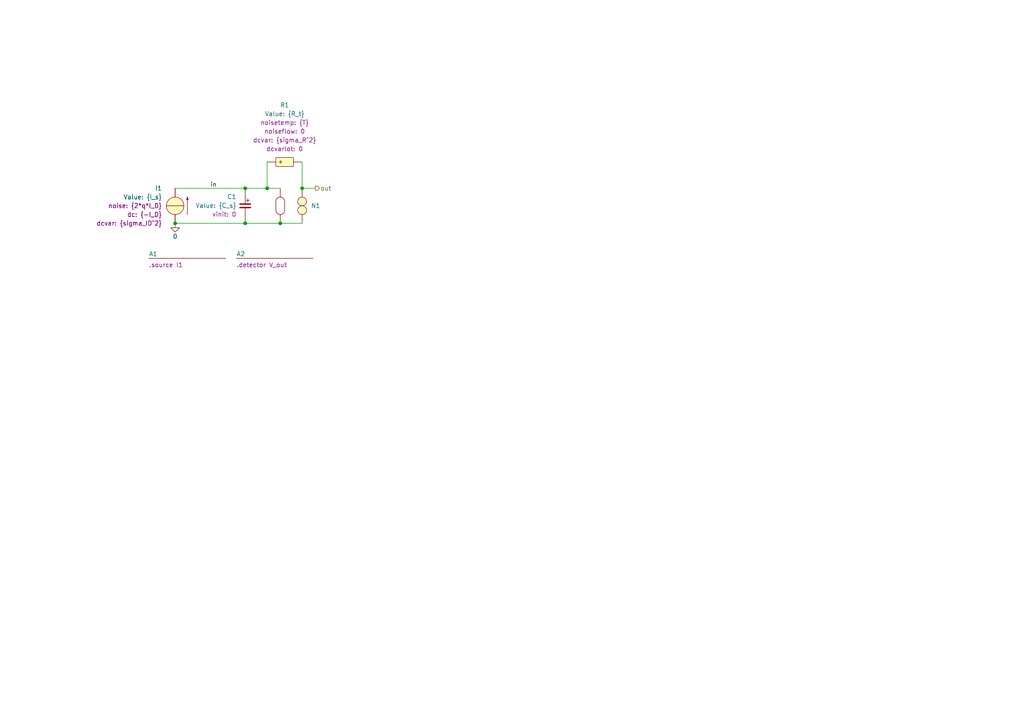
<source format=kicad_sch>
(kicad_sch (version 20250114) (generator "eeschema") (generator_version "9.0")
  (paper "A4")
  (title_block (title "Transimpedance"))
  (lib_symbols
    (symbol "SLiCAP:C" (pin_numbers (hide yes)) (pin_names (offset 1.016) (hide yes))
      (property "Reference" "C?" (at 2.54 3.81 0))
      (property "Value" "?" (at 2.54 1.27 0) (show_name))
      (property "vinit" "0" (at 2.54 -1.27 0) (show_name))
      (symbol "C_0_0"
        (text "+" (at -0.762 1.651 0) (effects (font (size 1.27 1.27))))
      )
      (symbol "C_0_1"
        (polyline (pts (xy -1.524 0.508) (xy 1.524 0.508)) (stroke (width 0.381)))
        (polyline (pts (xy -1.524 -0.508) (xy 1.524 -0.508)) (stroke (width 0.381)))
        (polyline (pts (xy 0 2.54) (xy 0 0.508)))
        (polyline (pts (xy 0 -2.54) (xy 0 -0.508)))
      )
      (symbol "C_1_0"
        (pin passive line (at 0 5.08 270) (length 2.54) (name "1") (number "1"))
        (pin passive line (at 0 -5.08 90) (length 2.54) (name "2") (number "2"))
      )
    )
    (symbol "SLiCAP:Command" (pin_numbers (hide yes)) (pin_names (offset 0) (hide yes))
      (property "Reference" "A?" (at 0 1.27 0))
      (property "command" "?" (at 0 -1.905 0))
      (symbol "Command_0_1"
        (polyline (pts (xy 0 0) (xy 22.225 0)))
      )
    )
    (symbol "SLiCAP:GND" (power) (pin_numbers (hide yes)) (pin_names (offset 0) (hide yes))
      (property "Value" "0" (at 0 -2.54 0))
      (symbol "GND_0_1"
        (polyline (pts (xy -1.27 0) (xy 0 -1.27) (xy 1.27 0) (xy -1.27 0)))
      )
      (symbol "GND_1_1"
        (pin power_in line (at 0 0 0) (length 0) (name "~") (number "1"))
      )
    )
    (symbol "SLiCAP:I" (pin_numbers (hide yes)) (pin_names (offset 0) (hide yes))
      (property "Reference" "I?" (at 3.81 4.445 0))
      (property "Value" "?" (at 3.81 2.54 0) (show_name))
      (property "noise" "0" (at 3.81 -3.175 0) (show_name))
      (property "dc" "0" (at 3.81 0.635 0) (show_name))
      (property "dcvar" "0" (at 3.81 -1.27 0) (show_name))
      (symbol "I_0_1"
        (polyline (pts (xy -3.556 2.54) (xy -3.556 -2.54)))
        (polyline (pts (xy -3.556 2.54) (xy -3.81 1.778) (xy -3.302 1.778) (xy -3.556 2.54)) (fill (type outline)))
        (polyline (pts (xy -2.54 0) (xy 2.54 0)))
      )
      (symbol "I_1_0"
        (circle (center 0 0) (radius 2.54) (fill (type background)))
        (pin power_out line (at 0 5.08 270) (length 2.54) (name "p") (number "2"))
        (pin power_out line (at 0 -5.08 90) (length 2.54) (name "n") (number "1"))
      )
    )
    (symbol "SLiCAP:N" (pin_numbers (hide yes)) (pin_names (offset 0) (hide yes))
      (property "Reference" "N?" (at 1.905 0 0))
      (symbol "N_0_1"
        (polyline (pts (xy -7.62 1.27) (xy -7.62 -1.27)))
        (arc (start -5.08 -1.27) (mid -5.452 -2.168) (end -6.35 -2.54))
        (arc (start -6.3499 2.5401) (mid -5.4519 2.1681) (end -5.0799 1.2701))
        (arc (start -6.35 -2.54) (mid -7.248 -2.168) (end -7.62 -1.27))
        (arc (start -7.6199 1.2701) (mid -7.2479 2.1681) (end -6.3499 2.5401))
      )
      (symbol "N_1_0"
        (pin power_out line (at 0 5.08 270) (length 2.54) (name "outP") (number "1"))
        (pin power_out line (at 0 -5.08 90) (length 2.54) (name "outN") (number "2"))
      )
      (symbol "N_1_1"
        (polyline (pts (xy -5.08 1.27) (xy -5.08 -1.27)) (fill (type background)))
        (circle (center 0 1.27) (radius 1.27) (fill (type background)))
        (circle (center 0 -1.27) (radius 1.27) (fill (type background)))
        (pin input line (at -6.35 5.08 270) (length 2.54) (name "inp") (number "3"))
        (pin input line (at -6.35 -5.08 90) (length 2.54) (name "inN") (number "4"))
      )
    )
    (symbol "SLiCAP:R" (pin_numbers (hide yes)) (pin_names (offset 1.016) (hide yes))
      (property "Reference" "R?" (at 1.905 3.81 0))
      (property "Value" "?" (at 1.905 1.905 0) (show_name))
      (property "noisetemp" "0" (at 1.905 0 0) (show_name))
      (property "noiseflow" "0" (at 15.24 0 0) (show_name))
      (property "dcvar" "0" (at 1.905 -1.905 0) (show_name))
      (property "dcvarlot" "0" (at 15.24 -1.905 0) (show_name))
      (symbol "R_0_0"
        (text "+" (at 0 1.27 0) (effects (font (size 1.27 1.27))))
      )
      (symbol "R_1_0"
        (pin passive line (at 0 5.08 270) (length 2.54) (name "1") (number "1"))
        (pin passive line (at 0 -5.08 90) (length 2.54) (name "2") (number "2"))
      )
      (symbol "R_1_1"
        (rectangle (start -1.27 2.54) (end 1.27 -2.54) (fill (type background)))
      )
    )
  )
  (junction (at 71.12 64.77))
  (junction (at 50.8 64.77))
  (junction (at 81.28 64.77))
  (junction (at 77.47 54.61))
  (junction (at 87.63 54.61))
  (junction (at 71.12 54.61))
  (wire (pts (xy 50.8 54.61) (xy 71.12 54.61)))
  (wire (pts (xy 81.28 64.77) (xy 87.63 64.77)))
  (wire (pts (xy 71.12 54.61) (xy 77.47 54.61)))
  (wire (pts (xy 77.47 54.61) (xy 81.28 54.61)))
  (wire (pts (xy 77.47 46.99) (xy 77.47 54.61)))
  (wire (pts (xy 50.8 64.77) (xy 71.12 64.77)))
  (wire (pts (xy 71.12 64.77) (xy 81.28 64.77)))
  (wire (pts (xy 87.63 46.99) (xy 87.63 54.61)))
  (wire (pts (xy 50.8 66.04) (xy 50.8 64.77)))
  (wire (pts (xy 87.63 54.61) (xy 91.44 54.61)))
  (label "in" (at 60.96 54.61 0))
  (hierarchical_label "out" (shape output) (at 91.44 54.61 0))
  (symbol (lib_id "SLiCAP:C") (at 71.12 59.69 0) (mirror y) (unit 1)
    (property "Reference" "C1" (at 68.58 57.0836 0) (effects (justify left)))
    (property "Value" "{C_s}" (at 68.58 59.6236 0) (show_name yes) (effects (justify left)))
    (property "Description" "Capacitor" (effects (hide yes)))
    (property "model" "C" (effects (hide yes)))
    (property "vinit" "0" (at 68.58 62.1636 0) (show_name yes) (effects (justify left)))
  )
  (symbol (lib_id "SLiCAP:GND") (at 50.8 66.04 0) (unit 1)
    (property "Reference" "#01" (effects (hide yes)))
    (property "Value" "0" (at 50.8 68.58 0))
    (property "Description" "0V reference potential" (effects (hide yes)))
  )
  (symbol (lib_id "SLiCAP:Command") (at 43.18 74.93 0) (unit 1)
    (property "Reference" "A1" (at 43.18 73.66 0) (effects (justify left)))
    (property "Description" "SLiCAP command (.lib, .param, .model. subckt}" (effects (hide yes)))
    (property "command" ".source I1" (at 43.18 76.835 0) (effects (justify left)))
  )
  (symbol (lib_id "SLiCAP:R") (at 82.55 46.99 90) (unit 1)
    (property "Reference" "R1" (at 82.55 30.48 90))
    (property "Value" "{R_t}" (at 82.55 33.02 90) (show_name yes))
    (property "Description" "Resistor (cannot have zero resistance)" (effects (hide yes)))
    (property "model" "R" (effects (hide yes)))
    (property "noisetemp" "{T}" (at 82.55 35.56 90) (show_name yes))
    (property "noiseflow" "0" (at 82.55 38.1 90) (show_name yes))
    (property "dcvar" "{sigma_R^2}" (at 82.55 40.64 90) (show_name yes))
    (property "dcvarlot" "0" (at 82.55 43.18 90) (show_name yes))
  )
  (symbol (lib_id "SLiCAP:I") (at 50.8 59.69 0) (mirror y) (unit 1)
    (property "Reference" "I1" (at 46.99 54.6099 0) (effects (justify left)))
    (property "Value" "{I_s}" (at 46.99 57.1499 0) (show_name yes) (effects (justify left)))
    (property "Description" "Independent current source" (effects (hide yes)))
    (property "noise" "{2*q*I_D}" (at 46.99 59.6899 0) (show_name yes) (effects (justify left)))
    (property "dc" "{-I_D}" (at 46.99 62.2299 0) (show_name yes) (effects (justify left)))
    (property "dcvar" "{sigma_ID^2}" (at 46.99 64.7699 0) (show_name yes) (effects (justify left)))
    (property "model" "I" (effects (hide yes)))
  )
  (symbol (lib_id "SLiCAP:Command") (at 68.58 74.93 0) (unit 1)
    (property "Reference" "A2" (at 68.58 73.66 0) (effects (justify left)))
    (property "Description" "SLiCAP command (.lib, .param, .model. subckt}" (effects (hide yes)))
    (property "command" ".detector V_out" (at 68.58 76.835 0) (effects (justify left)))
  )
  (symbol (lib_id "SLiCAP:N") (at 87.63 59.69 0) (unit 1)
    (property "Reference" "N1" (at 90.17 59.6898 0) (effects (justify left)))
    (property "Description" "Nullor" (effects (hide yes)))
    (property "model" "N" (effects (hide yes)))
  )
)
</source>
